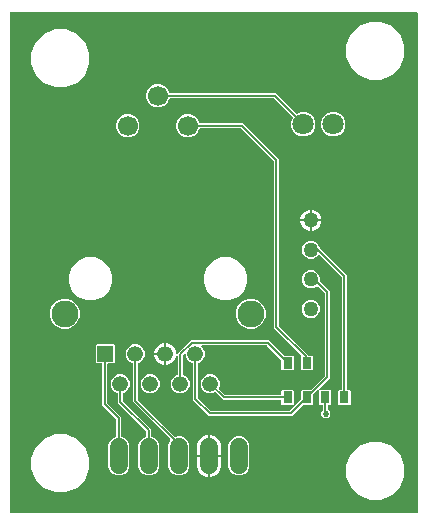
<source format=gbr>
G04 EAGLE Gerber RS-274X export*
G75*
%MOMM*%
%FSLAX34Y34*%
%LPD*%
%INTop Copper*%
%IPPOS*%
%AMOC8*
5,1,8,0,0,1.08239X$1,22.5*%
G01*
G04 Define Apertures*
%ADD10C,1.800000*%
%ADD11C,1.260000*%
%ADD12C,1.524000*%
%ADD13C,1.700000*%
%ADD14C,2.280000*%
%ADD15R,1.335000X1.335000*%
%ADD16C,1.335000*%
%ADD17R,0.798700X0.973900*%
%ADD18C,0.152400*%
%ADD19C,0.525000*%
G36*
X346553Y129092D02*
X346256Y129032D01*
X2794Y129032D01*
X2519Y129083D01*
X2264Y129247D01*
X2092Y129497D01*
X2032Y129794D01*
X2032Y552706D01*
X2083Y552981D01*
X2247Y553236D01*
X2497Y553408D01*
X2794Y553468D01*
X346256Y553468D01*
X346531Y553417D01*
X346786Y553253D01*
X346958Y553003D01*
X347018Y552706D01*
X347018Y129794D01*
X346967Y129519D01*
X346803Y129264D01*
X346553Y129092D01*
G37*
%LPC*%
G36*
X306270Y496168D02*
X316030Y496168D01*
X325046Y499903D01*
X331947Y506804D01*
X335682Y515820D01*
X335682Y525580D01*
X331947Y534596D01*
X325046Y541497D01*
X316030Y545232D01*
X306270Y545232D01*
X297254Y541497D01*
X290353Y534596D01*
X286618Y525580D01*
X286618Y515820D01*
X290353Y506804D01*
X297254Y499903D01*
X306270Y496168D01*
G37*
G36*
X39570Y489818D02*
X49330Y489818D01*
X58346Y493553D01*
X65247Y500454D01*
X68982Y509470D01*
X68982Y519230D01*
X65247Y528246D01*
X58346Y535147D01*
X49330Y538882D01*
X39570Y538882D01*
X30554Y535147D01*
X23653Y528246D01*
X19918Y519230D01*
X19918Y509470D01*
X23653Y500454D01*
X30554Y493553D01*
X39570Y489818D01*
G37*
G36*
X248147Y448200D02*
X252233Y448200D01*
X256008Y449764D01*
X258896Y452653D01*
X260460Y456427D01*
X260460Y460513D01*
X258896Y464288D01*
X256008Y467176D01*
X252233Y468740D01*
X248147Y468740D01*
X244832Y467367D01*
X244553Y467309D01*
X244255Y467365D01*
X244002Y467532D01*
X226902Y484632D01*
X137242Y484632D01*
X136962Y484685D01*
X136708Y484851D01*
X136538Y485102D01*
X135283Y488134D01*
X132534Y490883D01*
X128943Y492370D01*
X125057Y492370D01*
X121466Y490883D01*
X118717Y488134D01*
X117230Y484543D01*
X117230Y480657D01*
X118717Y477066D01*
X121466Y474317D01*
X125057Y472830D01*
X128943Y472830D01*
X132534Y474317D01*
X135283Y477066D01*
X136538Y480098D01*
X136695Y480336D01*
X136945Y480508D01*
X137242Y480568D01*
X224903Y480568D01*
X225189Y480512D01*
X225442Y480345D01*
X241128Y464658D01*
X241288Y464422D01*
X241351Y464126D01*
X241293Y463828D01*
X239920Y460513D01*
X239920Y456427D01*
X241484Y452653D01*
X244373Y449764D01*
X248147Y448200D01*
G37*
G36*
X273547Y448200D02*
X277633Y448200D01*
X281408Y449764D01*
X284296Y452653D01*
X285860Y456427D01*
X285860Y460513D01*
X284296Y464288D01*
X281408Y467176D01*
X277633Y468740D01*
X273547Y468740D01*
X269773Y467176D01*
X266884Y464288D01*
X265320Y460513D01*
X265320Y456427D01*
X266884Y452653D01*
X269773Y449764D01*
X273547Y448200D01*
G37*
G36*
X248742Y250401D02*
X257782Y250401D01*
X258526Y251144D01*
X258526Y261936D01*
X257782Y262680D01*
X254860Y262680D01*
X254574Y262735D01*
X254321Y262903D01*
X229585Y287639D01*
X229422Y287880D01*
X229362Y288177D01*
X229362Y428832D01*
X198962Y459232D01*
X162642Y459232D01*
X162362Y459285D01*
X162108Y459451D01*
X161938Y459702D01*
X160683Y462734D01*
X157934Y465483D01*
X154343Y466970D01*
X150457Y466970D01*
X146866Y465483D01*
X144117Y462734D01*
X142630Y459143D01*
X142630Y455257D01*
X144117Y451666D01*
X146866Y448917D01*
X150457Y447430D01*
X154343Y447430D01*
X157934Y448917D01*
X160683Y451666D01*
X161938Y454698D01*
X162095Y454936D01*
X162345Y455108D01*
X162642Y455168D01*
X196963Y455168D01*
X197249Y455112D01*
X197502Y454945D01*
X225075Y427372D01*
X225238Y427130D01*
X225298Y426833D01*
X225298Y286178D01*
X248231Y263246D01*
X248389Y263015D01*
X248454Y262719D01*
X248398Y262421D01*
X248231Y262168D01*
X247999Y261936D01*
X247999Y251144D01*
X248742Y250401D01*
G37*
G36*
X99657Y447430D02*
X103543Y447430D01*
X107134Y448917D01*
X109883Y451666D01*
X111370Y455257D01*
X111370Y459143D01*
X109883Y462734D01*
X107134Y465483D01*
X103543Y466970D01*
X99657Y466970D01*
X96066Y465483D01*
X93317Y462734D01*
X91830Y459143D01*
X91830Y455257D01*
X93317Y451666D01*
X96066Y448917D01*
X99657Y447430D01*
G37*
G36*
X247700Y377952D02*
X255778Y377952D01*
X255778Y386030D01*
X254782Y386030D01*
X251533Y384684D01*
X249046Y382197D01*
X247700Y378948D01*
X247700Y377952D01*
G37*
G36*
X257302Y377952D02*
X265380Y377952D01*
X265380Y378948D01*
X264034Y382197D01*
X261547Y384684D01*
X258298Y386030D01*
X257302Y386030D01*
X257302Y377952D01*
G37*
G36*
X257302Y368350D02*
X258298Y368350D01*
X261547Y369696D01*
X264034Y372183D01*
X265380Y375432D01*
X265380Y376428D01*
X257302Y376428D01*
X257302Y368350D01*
G37*
G36*
X254782Y368350D02*
X255778Y368350D01*
X255778Y376428D01*
X247700Y376428D01*
X247700Y375432D01*
X249046Y372183D01*
X251533Y369696D01*
X254782Y368350D01*
G37*
G36*
X280492Y221191D02*
X289532Y221191D01*
X290276Y221934D01*
X290276Y232726D01*
X289532Y233470D01*
X287806Y233470D01*
X287531Y233521D01*
X287276Y233684D01*
X287104Y233934D01*
X287044Y234232D01*
X287044Y330910D01*
X264113Y353841D01*
X263947Y354088D01*
X262958Y356478D01*
X260828Y358608D01*
X258046Y359760D01*
X255034Y359760D01*
X252252Y358608D01*
X250122Y356478D01*
X248970Y353696D01*
X248970Y350684D01*
X250122Y347902D01*
X252252Y345772D01*
X255034Y344620D01*
X258046Y344620D01*
X260828Y345772D01*
X263024Y347968D01*
X263064Y348030D01*
X263311Y348206D01*
X263607Y348271D01*
X263906Y348215D01*
X264158Y348048D01*
X282757Y329450D01*
X282920Y329208D01*
X282980Y328911D01*
X282980Y234232D01*
X282929Y233957D01*
X282765Y233701D01*
X282515Y233530D01*
X282218Y233470D01*
X280492Y233470D01*
X279749Y232726D01*
X279749Y221934D01*
X280492Y221191D01*
G37*
G36*
X180513Y309378D02*
X187787Y309378D01*
X194506Y312161D01*
X199649Y317304D01*
X202432Y324023D01*
X202432Y331297D01*
X199649Y338016D01*
X194506Y343159D01*
X187787Y345942D01*
X180513Y345942D01*
X173794Y343159D01*
X168651Y338016D01*
X165868Y331297D01*
X165868Y324023D01*
X168651Y317304D01*
X173794Y312161D01*
X180513Y309378D01*
G37*
G36*
X66213Y309378D02*
X73487Y309378D01*
X80206Y312161D01*
X85349Y317304D01*
X88132Y324023D01*
X88132Y331297D01*
X85349Y338016D01*
X80206Y343159D01*
X73487Y345942D01*
X66213Y345942D01*
X59494Y343159D01*
X54351Y338016D01*
X51568Y331297D01*
X51568Y324023D01*
X54351Y317304D01*
X59494Y312161D01*
X66213Y309378D01*
G37*
G36*
X267627Y209465D02*
X270853Y209465D01*
X273135Y211747D01*
X273135Y214973D01*
X270963Y217145D01*
X270800Y217387D01*
X270740Y217684D01*
X270740Y220429D01*
X270791Y220703D01*
X270955Y220959D01*
X271205Y221130D01*
X271502Y221191D01*
X273228Y221191D01*
X273972Y221934D01*
X273972Y232726D01*
X273228Y233470D01*
X264115Y233470D01*
X263852Y233516D01*
X263593Y233676D01*
X263418Y233923D01*
X263353Y234219D01*
X263409Y234517D01*
X263576Y234770D01*
X272542Y243736D01*
X272542Y317072D01*
X264333Y325281D01*
X264170Y325522D01*
X264110Y325819D01*
X264110Y328696D01*
X262958Y331478D01*
X260828Y333608D01*
X258046Y334760D01*
X255034Y334760D01*
X252252Y333608D01*
X250122Y331478D01*
X248970Y328696D01*
X248970Y325684D01*
X250122Y322902D01*
X252252Y320772D01*
X255034Y319620D01*
X258046Y319620D01*
X260828Y320772D01*
X261422Y321367D01*
X261653Y321525D01*
X261949Y321590D01*
X262247Y321534D01*
X262500Y321367D01*
X268255Y315612D01*
X268418Y315370D01*
X268478Y315073D01*
X268478Y245735D01*
X268422Y245449D01*
X268255Y245197D01*
X256751Y233693D01*
X256509Y233530D01*
X256212Y233470D01*
X248742Y233470D01*
X247999Y232726D01*
X247999Y225256D01*
X247943Y224970D01*
X247775Y224717D01*
X239304Y216245D01*
X239062Y216082D01*
X238765Y216022D01*
X171977Y216022D01*
X171691Y216078D01*
X171439Y216245D01*
X161005Y226679D01*
X160842Y226920D01*
X160782Y227217D01*
X160782Y255893D01*
X160835Y256173D01*
X161001Y256427D01*
X161252Y256597D01*
X163251Y257425D01*
X165485Y259660D01*
X166695Y262580D01*
X166695Y265740D01*
X165485Y268661D01*
X164013Y270133D01*
X163860Y270353D01*
X163790Y270648D01*
X163841Y270947D01*
X164004Y271202D01*
X164254Y271374D01*
X164552Y271434D01*
X218875Y271434D01*
X219161Y271378D01*
X219414Y271211D01*
X231471Y259153D01*
X231634Y258911D01*
X231695Y258614D01*
X231695Y251144D01*
X232438Y250401D01*
X241478Y250401D01*
X242222Y251144D01*
X242222Y261936D01*
X241478Y262680D01*
X234008Y262680D01*
X233722Y262735D01*
X233469Y262903D01*
X220874Y275498D01*
X154901Y275498D01*
X143866Y264463D01*
X143646Y264310D01*
X143351Y264240D01*
X143052Y264291D01*
X142797Y264455D01*
X142625Y264705D01*
X142565Y265002D01*
X142565Y265993D01*
X141162Y269380D01*
X138570Y271972D01*
X135183Y273375D01*
X134112Y273375D01*
X134112Y254945D01*
X135183Y254945D01*
X138570Y256348D01*
X141162Y258940D01*
X142552Y262296D01*
X142692Y262516D01*
X142937Y262696D01*
X143232Y262766D01*
X143531Y262715D01*
X143786Y262551D01*
X143958Y262301D01*
X144018Y262004D01*
X144018Y247027D01*
X143965Y246747D01*
X143799Y246493D01*
X143548Y246323D01*
X141550Y245495D01*
X139315Y243261D01*
X138105Y240340D01*
X138105Y237180D01*
X139315Y234260D01*
X141550Y232025D01*
X144470Y230815D01*
X147630Y230815D01*
X150551Y232025D01*
X152785Y234260D01*
X153995Y237180D01*
X153995Y240340D01*
X152785Y243261D01*
X150551Y245495D01*
X148552Y246323D01*
X148314Y246480D01*
X148142Y246730D01*
X148082Y247027D01*
X148082Y262616D01*
X148138Y262902D01*
X148305Y263155D01*
X149504Y264354D01*
X149724Y264507D01*
X150019Y264577D01*
X150318Y264526D01*
X150573Y264363D01*
X150745Y264112D01*
X150805Y263815D01*
X150805Y262580D01*
X152015Y259660D01*
X154250Y257425D01*
X156248Y256597D01*
X156486Y256440D01*
X156658Y256190D01*
X156718Y255893D01*
X156718Y225218D01*
X169978Y211958D01*
X240764Y211958D01*
X249773Y220967D01*
X250015Y221130D01*
X250312Y221191D01*
X257782Y221191D01*
X258526Y221934D01*
X258526Y229404D01*
X258581Y229690D01*
X258749Y229943D01*
X262144Y233338D01*
X262363Y233491D01*
X262658Y233561D01*
X262957Y233510D01*
X263213Y233347D01*
X263384Y233096D01*
X263445Y232799D01*
X263445Y221934D01*
X264188Y221191D01*
X265914Y221191D01*
X266189Y221139D01*
X266444Y220976D01*
X266616Y220726D01*
X266676Y220429D01*
X266676Y216620D01*
X266620Y216334D01*
X266453Y216081D01*
X265345Y214973D01*
X265345Y211747D01*
X267627Y209465D01*
G37*
G36*
X203230Y285490D02*
X208270Y285490D01*
X212927Y287419D01*
X216491Y290983D01*
X218420Y295640D01*
X218420Y300680D01*
X216491Y305337D01*
X212927Y308901D01*
X208270Y310830D01*
X203230Y310830D01*
X198573Y308901D01*
X195009Y305337D01*
X193080Y300680D01*
X193080Y295640D01*
X195009Y290983D01*
X198573Y287419D01*
X203230Y285490D01*
G37*
G36*
X45730Y285490D02*
X50770Y285490D01*
X55427Y287419D01*
X58991Y290983D01*
X60920Y295640D01*
X60920Y300680D01*
X58991Y305337D01*
X55427Y308901D01*
X50770Y310830D01*
X45730Y310830D01*
X41073Y308901D01*
X37509Y305337D01*
X35580Y300680D01*
X35580Y295640D01*
X37509Y290983D01*
X41073Y287419D01*
X45730Y285490D01*
G37*
G36*
X255034Y294620D02*
X258046Y294620D01*
X260828Y295772D01*
X262958Y297902D01*
X264110Y300684D01*
X264110Y303696D01*
X262958Y306478D01*
X260828Y308608D01*
X258046Y309760D01*
X255034Y309760D01*
X252252Y308608D01*
X250122Y306478D01*
X248970Y303696D01*
X248970Y300684D01*
X250122Y297902D01*
X252252Y295772D01*
X255034Y294620D01*
G37*
G36*
X124135Y264922D02*
X132588Y264922D01*
X132588Y273375D01*
X131517Y273375D01*
X128130Y271972D01*
X125538Y269380D01*
X124135Y265993D01*
X124135Y264922D01*
G37*
G36*
X92212Y161290D02*
X95748Y161290D01*
X99016Y162643D01*
X101517Y165144D01*
X102870Y168412D01*
X102870Y187188D01*
X101517Y190456D01*
X99016Y192957D01*
X96482Y194006D01*
X96244Y194163D01*
X96072Y194413D01*
X96012Y194710D01*
X96012Y210392D01*
X84419Y221985D01*
X84256Y222226D01*
X84196Y222523D01*
X84196Y255453D01*
X84247Y255728D01*
X84411Y255983D01*
X84661Y256155D01*
X84958Y256215D01*
X89751Y256215D01*
X90495Y256959D01*
X90495Y271361D01*
X89751Y272105D01*
X75349Y272105D01*
X74605Y271361D01*
X74605Y256959D01*
X75349Y256215D01*
X79370Y256215D01*
X79645Y256164D01*
X79900Y256000D01*
X80072Y255750D01*
X80132Y255453D01*
X80132Y220524D01*
X91725Y208932D01*
X91888Y208690D01*
X91948Y208393D01*
X91948Y194710D01*
X91895Y194430D01*
X91729Y194175D01*
X91478Y194006D01*
X88944Y192957D01*
X86443Y190456D01*
X85090Y187188D01*
X85090Y168412D01*
X86443Y165144D01*
X88944Y162643D01*
X92212Y161290D01*
G37*
G36*
X143012Y161290D02*
X146548Y161290D01*
X149816Y162643D01*
X152317Y165144D01*
X153670Y168412D01*
X153670Y187188D01*
X152317Y190456D01*
X149816Y192957D01*
X146548Y194310D01*
X143012Y194310D01*
X142001Y193892D01*
X141722Y193834D01*
X141424Y193889D01*
X141171Y194057D01*
X110205Y225023D01*
X110042Y225264D01*
X109982Y225561D01*
X109982Y255893D01*
X110035Y256173D01*
X110201Y256427D01*
X110452Y256597D01*
X112451Y257425D01*
X114685Y259660D01*
X115895Y262580D01*
X115895Y265740D01*
X114685Y268661D01*
X112451Y270895D01*
X109530Y272105D01*
X106370Y272105D01*
X103450Y270895D01*
X101215Y268661D01*
X100005Y265740D01*
X100005Y262580D01*
X101215Y259660D01*
X103450Y257425D01*
X105448Y256597D01*
X105686Y256440D01*
X105858Y256190D01*
X105918Y255893D01*
X105918Y223562D01*
X107332Y222149D01*
X137595Y191885D01*
X137753Y191655D01*
X137818Y191359D01*
X137763Y191060D01*
X137595Y190808D01*
X137243Y190456D01*
X135890Y187188D01*
X135890Y168412D01*
X137243Y165144D01*
X139744Y162643D01*
X143012Y161290D01*
G37*
G36*
X131517Y254945D02*
X132588Y254945D01*
X132588Y263398D01*
X124135Y263398D01*
X124135Y262327D01*
X125538Y258940D01*
X128130Y256348D01*
X131517Y254945D01*
G37*
G36*
X232438Y221191D02*
X241478Y221191D01*
X242222Y221934D01*
X242222Y232726D01*
X241478Y233470D01*
X232438Y233470D01*
X231695Y232726D01*
X231695Y230124D01*
X231643Y229849D01*
X231480Y229594D01*
X231230Y229422D01*
X230933Y229362D01*
X184037Y229362D01*
X183751Y229418D01*
X183499Y229585D01*
X178733Y234351D01*
X178572Y234587D01*
X178509Y234884D01*
X178567Y235182D01*
X179395Y237180D01*
X179395Y240340D01*
X178185Y243261D01*
X175951Y245495D01*
X173030Y246705D01*
X169870Y246705D01*
X166950Y245495D01*
X164715Y243261D01*
X163505Y240340D01*
X163505Y237180D01*
X164715Y234260D01*
X166950Y232025D01*
X169870Y230815D01*
X173030Y230815D01*
X175028Y231643D01*
X175308Y231701D01*
X175606Y231645D01*
X175859Y231477D01*
X182038Y225298D01*
X230933Y225298D01*
X231207Y225247D01*
X231463Y225083D01*
X231634Y224833D01*
X231695Y224536D01*
X231695Y221934D01*
X232438Y221191D01*
G37*
G36*
X119070Y230815D02*
X122230Y230815D01*
X125151Y232025D01*
X127385Y234260D01*
X128595Y237180D01*
X128595Y240340D01*
X127385Y243261D01*
X125151Y245495D01*
X122230Y246705D01*
X119070Y246705D01*
X116150Y245495D01*
X113915Y243261D01*
X112705Y240340D01*
X112705Y237180D01*
X113915Y234260D01*
X116150Y232025D01*
X119070Y230815D01*
G37*
G36*
X117612Y161290D02*
X121148Y161290D01*
X124416Y162643D01*
X126917Y165144D01*
X128270Y168412D01*
X128270Y187188D01*
X126917Y190456D01*
X124416Y192957D01*
X121882Y194006D01*
X121644Y194163D01*
X121472Y194413D01*
X121412Y194710D01*
X121412Y200232D01*
X97505Y224139D01*
X97342Y224380D01*
X97282Y224677D01*
X97282Y230493D01*
X97335Y230773D01*
X97501Y231027D01*
X97752Y231197D01*
X99751Y232025D01*
X101985Y234260D01*
X103195Y237180D01*
X103195Y240340D01*
X101985Y243261D01*
X99751Y245495D01*
X96830Y246705D01*
X93670Y246705D01*
X90750Y245495D01*
X88515Y243261D01*
X87305Y240340D01*
X87305Y237180D01*
X88515Y234260D01*
X90750Y232025D01*
X92748Y231197D01*
X92986Y231040D01*
X93158Y230790D01*
X93218Y230493D01*
X93218Y222678D01*
X117125Y198772D01*
X117288Y198530D01*
X117348Y198233D01*
X117348Y194710D01*
X117295Y194430D01*
X117129Y194175D01*
X116878Y194006D01*
X114344Y192957D01*
X111843Y190456D01*
X110490Y187188D01*
X110490Y168412D01*
X111843Y165144D01*
X114344Y162643D01*
X117612Y161290D01*
G37*
G36*
X39570Y146918D02*
X49330Y146918D01*
X58346Y150653D01*
X65247Y157554D01*
X68982Y166570D01*
X68982Y176330D01*
X65247Y185346D01*
X58346Y192247D01*
X49330Y195982D01*
X39570Y195982D01*
X30554Y192247D01*
X23653Y185346D01*
X19918Y176330D01*
X19918Y166570D01*
X23653Y157554D01*
X30554Y150653D01*
X39570Y146918D01*
G37*
G36*
X160020Y178562D02*
X169418Y178562D01*
X169418Y195580D01*
X168159Y195580D01*
X164425Y194033D01*
X161567Y191175D01*
X160020Y187441D01*
X160020Y178562D01*
G37*
G36*
X170942Y178562D02*
X180340Y178562D01*
X180340Y187441D01*
X178793Y191175D01*
X175935Y194033D01*
X172201Y195580D01*
X170942Y195580D01*
X170942Y178562D01*
G37*
G36*
X193812Y161290D02*
X197348Y161290D01*
X200616Y162643D01*
X203117Y165144D01*
X204470Y168412D01*
X204470Y187188D01*
X203117Y190456D01*
X200616Y192957D01*
X197348Y194310D01*
X193812Y194310D01*
X190544Y192957D01*
X188043Y190456D01*
X186690Y187188D01*
X186690Y168412D01*
X188043Y165144D01*
X190544Y162643D01*
X193812Y161290D01*
G37*
G36*
X306270Y140568D02*
X316030Y140568D01*
X325046Y144303D01*
X331947Y151204D01*
X335682Y160220D01*
X335682Y169980D01*
X331947Y178996D01*
X325046Y185897D01*
X316030Y189632D01*
X306270Y189632D01*
X297254Y185897D01*
X290353Y178996D01*
X286618Y169980D01*
X286618Y160220D01*
X290353Y151204D01*
X297254Y144303D01*
X306270Y140568D01*
G37*
G36*
X170942Y160020D02*
X172201Y160020D01*
X175935Y161567D01*
X178793Y164425D01*
X180340Y168159D01*
X180340Y177038D01*
X170942Y177038D01*
X170942Y160020D01*
G37*
G36*
X168159Y160020D02*
X169418Y160020D01*
X169418Y177038D01*
X160020Y177038D01*
X160020Y168159D01*
X161567Y164425D01*
X164425Y161567D01*
X168159Y160020D01*
G37*
%LPD*%
D10*
X275590Y458470D03*
X250190Y458470D03*
D11*
X256540Y377190D03*
X256540Y352190D03*
X256540Y327190D03*
X256540Y302190D03*
D12*
X195580Y185420D02*
X195580Y170180D01*
X170180Y170180D02*
X170180Y185420D01*
X144780Y185420D02*
X144780Y170180D01*
X119380Y170180D02*
X119380Y185420D01*
X93980Y185420D02*
X93980Y170180D01*
D13*
X152400Y457200D03*
X127000Y482600D03*
X101600Y457200D03*
D14*
X48250Y298160D03*
X205750Y298160D03*
D15*
X82550Y264160D03*
D16*
X95250Y238760D03*
X107950Y264160D03*
X120650Y238760D03*
X133350Y264160D03*
X146050Y238760D03*
X158750Y264160D03*
X171450Y238760D03*
D17*
X236958Y256540D03*
X253262Y256540D03*
X236958Y227330D03*
X253262Y227330D03*
X268708Y227330D03*
X285012Y227330D03*
D18*
X119380Y199390D02*
X95250Y223520D01*
X119380Y199390D02*
X119380Y177800D01*
X95250Y223520D02*
X95250Y238760D01*
X144780Y187574D02*
X144780Y177800D01*
X144780Y187574D02*
X107950Y224404D01*
X107950Y264160D01*
X268708Y227330D02*
X268708Y213892D01*
X269240Y213360D01*
D19*
X269240Y213360D03*
D18*
X198120Y457200D02*
X152400Y457200D01*
X253262Y261088D02*
X253262Y256540D01*
X253262Y261088D02*
X227330Y287020D01*
X227330Y427990D01*
X198120Y457200D01*
X82164Y263774D02*
X82164Y221366D01*
X93980Y209550D02*
X93980Y177800D01*
X93980Y209550D02*
X82164Y221366D01*
X82164Y263774D02*
X82550Y264160D01*
X182880Y227330D02*
X236958Y227330D01*
X182880Y227330D02*
X171450Y238760D01*
X220032Y273466D02*
X236958Y256540D01*
X146050Y263774D02*
X146050Y238760D01*
X146050Y263774D02*
X155742Y273466D01*
X220032Y273466D01*
X285012Y330068D02*
X262890Y352190D01*
X256540Y352190D01*
X285012Y330068D02*
X285012Y227330D01*
X226060Y482600D02*
X127000Y482600D01*
X226060Y482600D02*
X250190Y458470D01*
X239922Y213990D02*
X170820Y213990D01*
X158750Y226060D01*
X158750Y264160D01*
X239922Y213990D02*
X253262Y227330D01*
X270510Y244578D01*
X270510Y316230D01*
X259550Y327190D01*
X256540Y327190D01*
M02*

</source>
